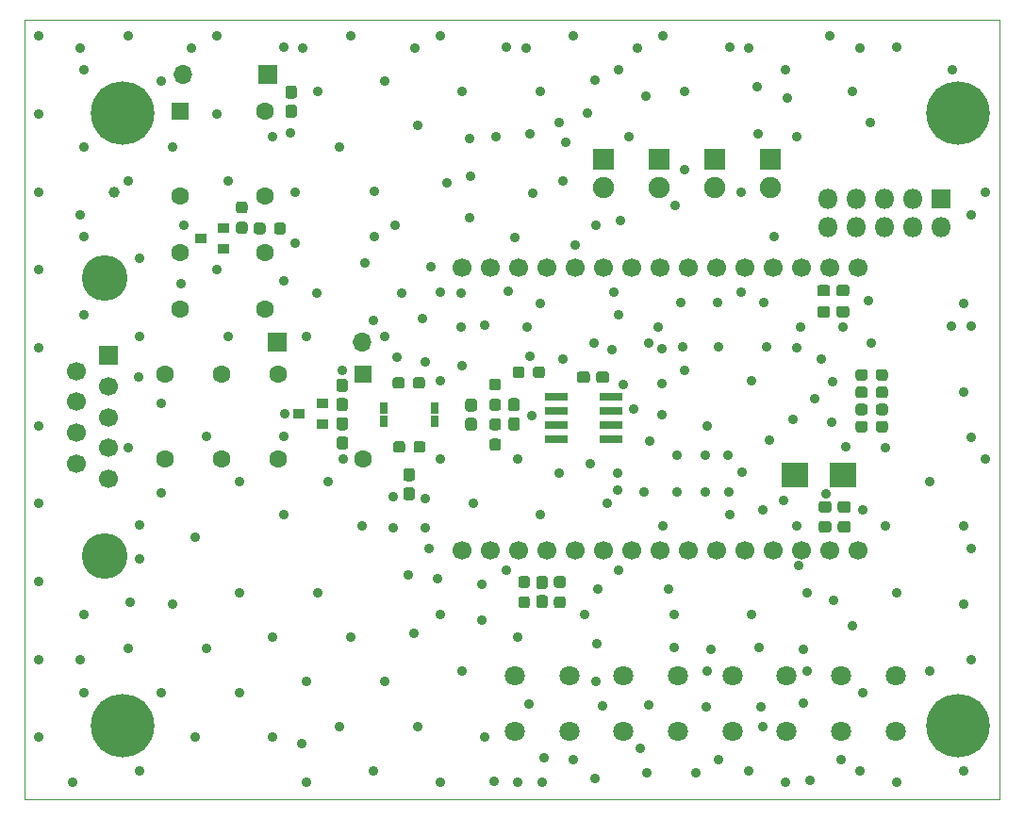
<source format=gbr>
%TF.GenerationSoftware,KiCad,Pcbnew,(5.1.6)-1*%
%TF.CreationDate,2020-12-18T16:38:49+01:00*%
%TF.ProjectId,Board,426f6172-642e-46b6-9963-61645f706362,rev?*%
%TF.SameCoordinates,PX253b400PY7a67730*%
%TF.FileFunction,Soldermask,Bot*%
%TF.FilePolarity,Negative*%
%FSLAX46Y46*%
G04 Gerber Fmt 4.6, Leading zero omitted, Abs format (unit mm)*
G04 Created by KiCad (PCBNEW (5.1.6)-1) date 2020-12-18 16:38:49*
%MOMM*%
%LPD*%
G01*
G04 APERTURE LIST*
%TA.AperFunction,Profile*%
%ADD10C,0.050000*%
%TD*%
%ADD11C,1.800000*%
%ADD12C,1.700000*%
%ADD13O,1.800000X1.800000*%
%ADD14R,1.800000X1.800000*%
%ADD15C,1.000000*%
%ADD16C,5.700000*%
%ADD17O,1.700000X1.700000*%
%ADD18R,1.700000X1.700000*%
%ADD19C,4.100000*%
%ADD20R,1.608000X1.608000*%
%ADD21C,1.608000*%
%ADD22R,0.700000X1.100000*%
%ADD23R,1.000000X0.900000*%
%ADD24R,1.900000X1.900000*%
%ADD25C,1.900000*%
%ADD26R,2.390000X2.220000*%
%ADD27R,2.081200X0.658800*%
%ADD28C,0.900000*%
G04 APERTURE END LIST*
D10*
X0Y70000000D02*
X0Y0D01*
X87500000Y70000000D02*
X0Y70000000D01*
X87500000Y0D02*
X87500000Y70000000D01*
X0Y0D02*
X87500000Y0D01*
D11*
X44030000Y11130000D03*
X48910000Y11130000D03*
X53790000Y11130000D03*
X58670000Y11130000D03*
X63550000Y11130000D03*
X68430000Y11130000D03*
X73310000Y11130000D03*
X78190000Y11130000D03*
X44030000Y6130000D03*
X48910000Y6130000D03*
X53790000Y6130000D03*
X58670000Y6130000D03*
X63550000Y6130000D03*
X68430000Y6130000D03*
X73310000Y6130000D03*
X78190000Y6130000D03*
D12*
X39262000Y22374000D03*
X41802000Y22374000D03*
X44342000Y22374000D03*
X46882000Y22374000D03*
X49422000Y22374000D03*
X51962000Y22374000D03*
X54502000Y22374000D03*
X57042000Y22374000D03*
X59582000Y22374000D03*
X62122000Y22374000D03*
X64662000Y22374000D03*
X67202000Y22374000D03*
X69742000Y22374000D03*
X72282000Y22374000D03*
X74822000Y22374000D03*
X39262000Y47774000D03*
X41802000Y47774000D03*
X44342000Y47774000D03*
X46882000Y47774000D03*
X49422000Y47774000D03*
X51962000Y47774000D03*
X54502000Y47774000D03*
X57042000Y47774000D03*
X59582000Y47774000D03*
X62122000Y47774000D03*
X64662000Y47774000D03*
X67202000Y47774000D03*
X69742000Y47774000D03*
X72282000Y47774000D03*
X74822000Y47774000D03*
D13*
X72160000Y51430000D03*
X72160000Y53970000D03*
X74700000Y51430000D03*
X74700000Y53970000D03*
X77240000Y51430000D03*
X77240000Y53970000D03*
X79780000Y51430000D03*
X79780000Y53970000D03*
X82320000Y51430000D03*
D14*
X82320000Y53970000D03*
D15*
X8000000Y54500000D03*
D16*
X83800000Y6600000D03*
X83800000Y61600000D03*
X8800000Y61600000D03*
X8800000Y6600000D03*
D17*
X30270000Y41050000D03*
D18*
X22650000Y41050000D03*
G36*
G01*
X34247500Y28022500D02*
X34772500Y28022500D01*
G75*
G02*
X35035000Y27760000I0J-262500D01*
G01*
X35035000Y27110000D01*
G75*
G02*
X34772500Y26847500I-262500J0D01*
G01*
X34247500Y26847500D01*
G75*
G02*
X33985000Y27110000I0J262500D01*
G01*
X33985000Y27760000D01*
G75*
G02*
X34247500Y28022500I262500J0D01*
G01*
G37*
G36*
G01*
X34247500Y29747500D02*
X34772500Y29747500D01*
G75*
G02*
X35035000Y29485000I0J-262500D01*
G01*
X35035000Y28835000D01*
G75*
G02*
X34772500Y28572500I-262500J0D01*
G01*
X34247500Y28572500D01*
G75*
G02*
X33985000Y28835000I0J262500D01*
G01*
X33985000Y29485000D01*
G75*
G02*
X34247500Y29747500I262500J0D01*
G01*
G37*
G36*
G01*
X51310000Y37647500D02*
X51310000Y38172500D01*
G75*
G02*
X51572500Y38435000I262500J0D01*
G01*
X52222500Y38435000D01*
G75*
G02*
X52485000Y38172500I0J-262500D01*
G01*
X52485000Y37647500D01*
G75*
G02*
X52222500Y37385000I-262500J0D01*
G01*
X51572500Y37385000D01*
G75*
G02*
X51310000Y37647500I0J262500D01*
G01*
G37*
G36*
G01*
X49585000Y37647500D02*
X49585000Y38172500D01*
G75*
G02*
X49847500Y38435000I262500J0D01*
G01*
X50497500Y38435000D01*
G75*
G02*
X50760000Y38172500I0J-262500D01*
G01*
X50760000Y37647500D01*
G75*
G02*
X50497500Y37385000I-262500J0D01*
G01*
X49847500Y37385000D01*
G75*
G02*
X49585000Y37647500I0J262500D01*
G01*
G37*
D19*
X7200000Y21810000D03*
X7200000Y46810000D03*
D12*
X4660000Y30155000D03*
X4660000Y32925000D03*
X4660000Y35695000D03*
X4660000Y38465000D03*
X7500000Y28770000D03*
X7500000Y31540000D03*
X7500000Y34310000D03*
X7500000Y37080000D03*
D18*
X7500000Y39850000D03*
D20*
X30390000Y38160000D03*
D21*
X30390000Y30540000D03*
X22770000Y30540000D03*
X22770000Y38160000D03*
X17690000Y38160000D03*
X17690000Y30540000D03*
X12610000Y30540000D03*
X12610000Y38160000D03*
G36*
G01*
X44898500Y38616500D02*
X44898500Y38091500D01*
G75*
G02*
X44636000Y37829000I-262500J0D01*
G01*
X44086000Y37829000D01*
G75*
G02*
X43823500Y38091500I0J262500D01*
G01*
X43823500Y38616500D01*
G75*
G02*
X44086000Y38879000I262500J0D01*
G01*
X44636000Y38879000D01*
G75*
G02*
X44898500Y38616500I0J-262500D01*
G01*
G37*
G36*
G01*
X46723500Y38616500D02*
X46723500Y38091500D01*
G75*
G02*
X46461000Y37829000I-262500J0D01*
G01*
X45911000Y37829000D01*
G75*
G02*
X45648500Y38091500I0J262500D01*
G01*
X45648500Y38616500D01*
G75*
G02*
X45911000Y38879000I262500J0D01*
G01*
X46461000Y38879000D01*
G75*
G02*
X46723500Y38616500I0J-262500D01*
G01*
G37*
G36*
G01*
X19752500Y52627500D02*
X19227500Y52627500D01*
G75*
G02*
X18965000Y52890000I0J262500D01*
G01*
X18965000Y53440000D01*
G75*
G02*
X19227500Y53702500I262500J0D01*
G01*
X19752500Y53702500D01*
G75*
G02*
X20015000Y53440000I0J-262500D01*
G01*
X20015000Y52890000D01*
G75*
G02*
X19752500Y52627500I-262500J0D01*
G01*
G37*
G36*
G01*
X19752500Y50802500D02*
X19227500Y50802500D01*
G75*
G02*
X18965000Y51065000I0J262500D01*
G01*
X18965000Y51615000D01*
G75*
G02*
X19227500Y51877500I262500J0D01*
G01*
X19752500Y51877500D01*
G75*
G02*
X20015000Y51615000I0J-262500D01*
G01*
X20015000Y51065000D01*
G75*
G02*
X19752500Y50802500I-262500J0D01*
G01*
G37*
G36*
G01*
X22382500Y51007500D02*
X22382500Y51532500D01*
G75*
G02*
X22645000Y51795000I262500J0D01*
G01*
X23195000Y51795000D01*
G75*
G02*
X23457500Y51532500I0J-262500D01*
G01*
X23457500Y51007500D01*
G75*
G02*
X23195000Y50745000I-262500J0D01*
G01*
X22645000Y50745000D01*
G75*
G02*
X22382500Y51007500I0J262500D01*
G01*
G37*
G36*
G01*
X20557500Y51007500D02*
X20557500Y51532500D01*
G75*
G02*
X20820000Y51795000I262500J0D01*
G01*
X21370000Y51795000D01*
G75*
G02*
X21632500Y51532500I0J-262500D01*
G01*
X21632500Y51007500D01*
G75*
G02*
X21370000Y50745000I-262500J0D01*
G01*
X20820000Y50745000D01*
G75*
G02*
X20557500Y51007500I0J262500D01*
G01*
G37*
G36*
G01*
X75685000Y33722500D02*
X75685000Y33197500D01*
G75*
G02*
X75422500Y32935000I-262500J0D01*
G01*
X74872500Y32935000D01*
G75*
G02*
X74610000Y33197500I0J262500D01*
G01*
X74610000Y33722500D01*
G75*
G02*
X74872500Y33985000I262500J0D01*
G01*
X75422500Y33985000D01*
G75*
G02*
X75685000Y33722500I0J-262500D01*
G01*
G37*
G36*
G01*
X77510000Y33722500D02*
X77510000Y33197500D01*
G75*
G02*
X77247500Y32935000I-262500J0D01*
G01*
X76697500Y32935000D01*
G75*
G02*
X76435000Y33197500I0J262500D01*
G01*
X76435000Y33722500D01*
G75*
G02*
X76697500Y33985000I262500J0D01*
G01*
X77247500Y33985000D01*
G75*
G02*
X77510000Y33722500I0J-262500D01*
G01*
G37*
G36*
G01*
X75685000Y35272500D02*
X75685000Y34747500D01*
G75*
G02*
X75422500Y34485000I-262500J0D01*
G01*
X74872500Y34485000D01*
G75*
G02*
X74610000Y34747500I0J262500D01*
G01*
X74610000Y35272500D01*
G75*
G02*
X74872500Y35535000I262500J0D01*
G01*
X75422500Y35535000D01*
G75*
G02*
X75685000Y35272500I0J-262500D01*
G01*
G37*
G36*
G01*
X77510000Y35272500D02*
X77510000Y34747500D01*
G75*
G02*
X77247500Y34485000I-262500J0D01*
G01*
X76697500Y34485000D01*
G75*
G02*
X76435000Y34747500I0J262500D01*
G01*
X76435000Y35272500D01*
G75*
G02*
X76697500Y35535000I262500J0D01*
G01*
X77247500Y35535000D01*
G75*
G02*
X77510000Y35272500I0J-262500D01*
G01*
G37*
G36*
G01*
X75685000Y36822500D02*
X75685000Y36297500D01*
G75*
G02*
X75422500Y36035000I-262500J0D01*
G01*
X74872500Y36035000D01*
G75*
G02*
X74610000Y36297500I0J262500D01*
G01*
X74610000Y36822500D01*
G75*
G02*
X74872500Y37085000I262500J0D01*
G01*
X75422500Y37085000D01*
G75*
G02*
X75685000Y36822500I0J-262500D01*
G01*
G37*
G36*
G01*
X77510000Y36822500D02*
X77510000Y36297500D01*
G75*
G02*
X77247500Y36035000I-262500J0D01*
G01*
X76697500Y36035000D01*
G75*
G02*
X76435000Y36297500I0J262500D01*
G01*
X76435000Y36822500D01*
G75*
G02*
X76697500Y37085000I262500J0D01*
G01*
X77247500Y37085000D01*
G75*
G02*
X77510000Y36822500I0J-262500D01*
G01*
G37*
G36*
G01*
X75685000Y38372500D02*
X75685000Y37847500D01*
G75*
G02*
X75422500Y37585000I-262500J0D01*
G01*
X74872500Y37585000D01*
G75*
G02*
X74610000Y37847500I0J262500D01*
G01*
X74610000Y38372500D01*
G75*
G02*
X74872500Y38635000I262500J0D01*
G01*
X75422500Y38635000D01*
G75*
G02*
X75685000Y38372500I0J-262500D01*
G01*
G37*
G36*
G01*
X77510000Y38372500D02*
X77510000Y37847500D01*
G75*
G02*
X77247500Y37585000I-262500J0D01*
G01*
X76697500Y37585000D01*
G75*
G02*
X76435000Y37847500I0J262500D01*
G01*
X76435000Y38372500D01*
G75*
G02*
X76697500Y38635000I262500J0D01*
G01*
X77247500Y38635000D01*
G75*
G02*
X77510000Y38372500I0J-262500D01*
G01*
G37*
G36*
G01*
X41986500Y32391000D02*
X42511500Y32391000D01*
G75*
G02*
X42774000Y32128500I0J-262500D01*
G01*
X42774000Y31578500D01*
G75*
G02*
X42511500Y31316000I-262500J0D01*
G01*
X41986500Y31316000D01*
G75*
G02*
X41724000Y31578500I0J262500D01*
G01*
X41724000Y32128500D01*
G75*
G02*
X41986500Y32391000I262500J0D01*
G01*
G37*
G36*
G01*
X41986500Y34216000D02*
X42511500Y34216000D01*
G75*
G02*
X42774000Y33953500I0J-262500D01*
G01*
X42774000Y33403500D01*
G75*
G02*
X42511500Y33141000I-262500J0D01*
G01*
X41986500Y33141000D01*
G75*
G02*
X41724000Y33403500I0J262500D01*
G01*
X41724000Y33953500D01*
G75*
G02*
X41986500Y34216000I262500J0D01*
G01*
G37*
G36*
G01*
X41986500Y35970500D02*
X42511500Y35970500D01*
G75*
G02*
X42774000Y35708000I0J-262500D01*
G01*
X42774000Y35158000D01*
G75*
G02*
X42511500Y34895500I-262500J0D01*
G01*
X41986500Y34895500D01*
G75*
G02*
X41724000Y35158000I0J262500D01*
G01*
X41724000Y35708000D01*
G75*
G02*
X41986500Y35970500I262500J0D01*
G01*
G37*
G36*
G01*
X41986500Y37795500D02*
X42511500Y37795500D01*
G75*
G02*
X42774000Y37533000I0J-262500D01*
G01*
X42774000Y36983000D01*
G75*
G02*
X42511500Y36720500I-262500J0D01*
G01*
X41986500Y36720500D01*
G75*
G02*
X41724000Y36983000I0J262500D01*
G01*
X41724000Y37533000D01*
G75*
G02*
X41986500Y37795500I262500J0D01*
G01*
G37*
G36*
G01*
X34162500Y31912500D02*
X34162500Y31387500D01*
G75*
G02*
X33900000Y31125000I-262500J0D01*
G01*
X33350000Y31125000D01*
G75*
G02*
X33087500Y31387500I0J262500D01*
G01*
X33087500Y31912500D01*
G75*
G02*
X33350000Y32175000I262500J0D01*
G01*
X33900000Y32175000D01*
G75*
G02*
X34162500Y31912500I0J-262500D01*
G01*
G37*
G36*
G01*
X35987500Y31912500D02*
X35987500Y31387500D01*
G75*
G02*
X35725000Y31125000I-262500J0D01*
G01*
X35175000Y31125000D01*
G75*
G02*
X34912500Y31387500I0J262500D01*
G01*
X34912500Y31912500D01*
G75*
G02*
X35175000Y32175000I262500J0D01*
G01*
X35725000Y32175000D01*
G75*
G02*
X35987500Y31912500I0J-262500D01*
G01*
G37*
G36*
G01*
X34117500Y37662500D02*
X34117500Y37137500D01*
G75*
G02*
X33855000Y36875000I-262500J0D01*
G01*
X33305000Y36875000D01*
G75*
G02*
X33042500Y37137500I0J262500D01*
G01*
X33042500Y37662500D01*
G75*
G02*
X33305000Y37925000I262500J0D01*
G01*
X33855000Y37925000D01*
G75*
G02*
X34117500Y37662500I0J-262500D01*
G01*
G37*
G36*
G01*
X35942500Y37662500D02*
X35942500Y37137500D01*
G75*
G02*
X35680000Y36875000I-262500J0D01*
G01*
X35130000Y36875000D01*
G75*
G02*
X34867500Y37137500I0J262500D01*
G01*
X34867500Y37662500D01*
G75*
G02*
X35130000Y37925000I262500J0D01*
G01*
X35680000Y37925000D01*
G75*
G02*
X35942500Y37662500I0J-262500D01*
G01*
G37*
G36*
G01*
X47787500Y18232500D02*
X48312500Y18232500D01*
G75*
G02*
X48575000Y17970000I0J-262500D01*
G01*
X48575000Y17420000D01*
G75*
G02*
X48312500Y17157500I-262500J0D01*
G01*
X47787500Y17157500D01*
G75*
G02*
X47525000Y17420000I0J262500D01*
G01*
X47525000Y17970000D01*
G75*
G02*
X47787500Y18232500I262500J0D01*
G01*
G37*
G36*
G01*
X47787500Y20057500D02*
X48312500Y20057500D01*
G75*
G02*
X48575000Y19795000I0J-262500D01*
G01*
X48575000Y19245000D01*
G75*
G02*
X48312500Y18982500I-262500J0D01*
G01*
X47787500Y18982500D01*
G75*
G02*
X47525000Y19245000I0J262500D01*
G01*
X47525000Y19795000D01*
G75*
G02*
X47787500Y20057500I262500J0D01*
G01*
G37*
G36*
G01*
X45102500Y18982500D02*
X44577500Y18982500D01*
G75*
G02*
X44315000Y19245000I0J262500D01*
G01*
X44315000Y19795000D01*
G75*
G02*
X44577500Y20057500I262500J0D01*
G01*
X45102500Y20057500D01*
G75*
G02*
X45365000Y19795000I0J-262500D01*
G01*
X45365000Y19245000D01*
G75*
G02*
X45102500Y18982500I-262500J0D01*
G01*
G37*
G36*
G01*
X45102500Y17157500D02*
X44577500Y17157500D01*
G75*
G02*
X44315000Y17420000I0J262500D01*
G01*
X44315000Y17970000D01*
G75*
G02*
X44577500Y18232500I262500J0D01*
G01*
X45102500Y18232500D01*
G75*
G02*
X45365000Y17970000I0J-262500D01*
G01*
X45365000Y17420000D01*
G75*
G02*
X45102500Y17157500I-262500J0D01*
G01*
G37*
G36*
G01*
X72880000Y43527500D02*
X72880000Y44052500D01*
G75*
G02*
X73142500Y44315000I262500J0D01*
G01*
X73792500Y44315000D01*
G75*
G02*
X74055000Y44052500I0J-262500D01*
G01*
X74055000Y43527500D01*
G75*
G02*
X73792500Y43265000I-262500J0D01*
G01*
X73142500Y43265000D01*
G75*
G02*
X72880000Y43527500I0J262500D01*
G01*
G37*
G36*
G01*
X71155000Y43527500D02*
X71155000Y44052500D01*
G75*
G02*
X71417500Y44315000I262500J0D01*
G01*
X72067500Y44315000D01*
G75*
G02*
X72330000Y44052500I0J-262500D01*
G01*
X72330000Y43527500D01*
G75*
G02*
X72067500Y43265000I-262500J0D01*
G01*
X71417500Y43265000D01*
G75*
G02*
X71155000Y43527500I0J262500D01*
G01*
G37*
G36*
G01*
X72880000Y45437500D02*
X72880000Y45962500D01*
G75*
G02*
X73142500Y46225000I262500J0D01*
G01*
X73792500Y46225000D01*
G75*
G02*
X74055000Y45962500I0J-262500D01*
G01*
X74055000Y45437500D01*
G75*
G02*
X73792500Y45175000I-262500J0D01*
G01*
X73142500Y45175000D01*
G75*
G02*
X72880000Y45437500I0J262500D01*
G01*
G37*
G36*
G01*
X71155000Y45437500D02*
X71155000Y45962500D01*
G75*
G02*
X71417500Y46225000I262500J0D01*
G01*
X72067500Y46225000D01*
G75*
G02*
X72330000Y45962500I0J-262500D01*
G01*
X72330000Y45437500D01*
G75*
G02*
X72067500Y45175000I-262500J0D01*
G01*
X71417500Y45175000D01*
G75*
G02*
X71155000Y45437500I0J262500D01*
G01*
G37*
G36*
G01*
X73003000Y24207500D02*
X73003000Y24732500D01*
G75*
G02*
X73265500Y24995000I262500J0D01*
G01*
X73915500Y24995000D01*
G75*
G02*
X74178000Y24732500I0J-262500D01*
G01*
X74178000Y24207500D01*
G75*
G02*
X73915500Y23945000I-262500J0D01*
G01*
X73265500Y23945000D01*
G75*
G02*
X73003000Y24207500I0J262500D01*
G01*
G37*
G36*
G01*
X71278000Y24207500D02*
X71278000Y24732500D01*
G75*
G02*
X71540500Y24995000I262500J0D01*
G01*
X72190500Y24995000D01*
G75*
G02*
X72453000Y24732500I0J-262500D01*
G01*
X72453000Y24207500D01*
G75*
G02*
X72190500Y23945000I-262500J0D01*
G01*
X71540500Y23945000D01*
G75*
G02*
X71278000Y24207500I0J262500D01*
G01*
G37*
G36*
G01*
X72453000Y26522500D02*
X72453000Y25997500D01*
G75*
G02*
X72190500Y25735000I-262500J0D01*
G01*
X71540500Y25735000D01*
G75*
G02*
X71278000Y25997500I0J262500D01*
G01*
X71278000Y26522500D01*
G75*
G02*
X71540500Y26785000I262500J0D01*
G01*
X72190500Y26785000D01*
G75*
G02*
X72453000Y26522500I0J-262500D01*
G01*
G37*
G36*
G01*
X74178000Y26522500D02*
X74178000Y25997500D01*
G75*
G02*
X73915500Y25735000I-262500J0D01*
G01*
X73265500Y25735000D01*
G75*
G02*
X73003000Y25997500I0J262500D01*
G01*
X73003000Y26522500D01*
G75*
G02*
X73265500Y26785000I262500J0D01*
G01*
X73915500Y26785000D01*
G75*
G02*
X74178000Y26522500I0J-262500D01*
G01*
G37*
G36*
G01*
X24192500Y62935000D02*
X23667500Y62935000D01*
G75*
G02*
X23405000Y63197500I0J262500D01*
G01*
X23405000Y63847500D01*
G75*
G02*
X23667500Y64110000I262500J0D01*
G01*
X24192500Y64110000D01*
G75*
G02*
X24455000Y63847500I0J-262500D01*
G01*
X24455000Y63197500D01*
G75*
G02*
X24192500Y62935000I-262500J0D01*
G01*
G37*
G36*
G01*
X24192500Y61210000D02*
X23667500Y61210000D01*
G75*
G02*
X23405000Y61472500I0J262500D01*
G01*
X23405000Y62122500D01*
G75*
G02*
X23667500Y62385000I262500J0D01*
G01*
X24192500Y62385000D01*
G75*
G02*
X24455000Y62122500I0J-262500D01*
G01*
X24455000Y61472500D01*
G75*
G02*
X24192500Y61210000I-262500J0D01*
G01*
G37*
G36*
G01*
X44202500Y34852500D02*
X43677500Y34852500D01*
G75*
G02*
X43415000Y35115000I0J262500D01*
G01*
X43415000Y35765000D01*
G75*
G02*
X43677500Y36027500I262500J0D01*
G01*
X44202500Y36027500D01*
G75*
G02*
X44465000Y35765000I0J-262500D01*
G01*
X44465000Y35115000D01*
G75*
G02*
X44202500Y34852500I-262500J0D01*
G01*
G37*
G36*
G01*
X44202500Y33127500D02*
X43677500Y33127500D01*
G75*
G02*
X43415000Y33390000I0J262500D01*
G01*
X43415000Y34040000D01*
G75*
G02*
X43677500Y34302500I262500J0D01*
G01*
X44202500Y34302500D01*
G75*
G02*
X44465000Y34040000I0J-262500D01*
G01*
X44465000Y33390000D01*
G75*
G02*
X44202500Y33127500I-262500J0D01*
G01*
G37*
G36*
G01*
X39827500Y34269000D02*
X40352500Y34269000D01*
G75*
G02*
X40615000Y34006500I0J-262500D01*
G01*
X40615000Y33356500D01*
G75*
G02*
X40352500Y33094000I-262500J0D01*
G01*
X39827500Y33094000D01*
G75*
G02*
X39565000Y33356500I0J262500D01*
G01*
X39565000Y34006500D01*
G75*
G02*
X39827500Y34269000I262500J0D01*
G01*
G37*
G36*
G01*
X39827500Y35994000D02*
X40352500Y35994000D01*
G75*
G02*
X40615000Y35731500I0J-262500D01*
G01*
X40615000Y35081500D01*
G75*
G02*
X40352500Y34819000I-262500J0D01*
G01*
X39827500Y34819000D01*
G75*
G02*
X39565000Y35081500I0J262500D01*
G01*
X39565000Y35731500D01*
G75*
G02*
X39827500Y35994000I262500J0D01*
G01*
G37*
G36*
G01*
X28792500Y33145000D02*
X28267500Y33145000D01*
G75*
G02*
X28005000Y33407500I0J262500D01*
G01*
X28005000Y34057500D01*
G75*
G02*
X28267500Y34320000I262500J0D01*
G01*
X28792500Y34320000D01*
G75*
G02*
X29055000Y34057500I0J-262500D01*
G01*
X29055000Y33407500D01*
G75*
G02*
X28792500Y33145000I-262500J0D01*
G01*
G37*
G36*
G01*
X28792500Y31420000D02*
X28267500Y31420000D01*
G75*
G02*
X28005000Y31682500I0J262500D01*
G01*
X28005000Y32332500D01*
G75*
G02*
X28267500Y32595000I262500J0D01*
G01*
X28792500Y32595000D01*
G75*
G02*
X29055000Y32332500I0J-262500D01*
G01*
X29055000Y31682500D01*
G75*
G02*
X28792500Y31420000I-262500J0D01*
G01*
G37*
G36*
G01*
X28772500Y36595000D02*
X28247500Y36595000D01*
G75*
G02*
X27985000Y36857500I0J262500D01*
G01*
X27985000Y37507500D01*
G75*
G02*
X28247500Y37770000I262500J0D01*
G01*
X28772500Y37770000D01*
G75*
G02*
X29035000Y37507500I0J-262500D01*
G01*
X29035000Y36857500D01*
G75*
G02*
X28772500Y36595000I-262500J0D01*
G01*
G37*
G36*
G01*
X28772500Y34870000D02*
X28247500Y34870000D01*
G75*
G02*
X27985000Y35132500I0J262500D01*
G01*
X27985000Y35782500D01*
G75*
G02*
X28247500Y36045000I262500J0D01*
G01*
X28772500Y36045000D01*
G75*
G02*
X29035000Y35782500I0J-262500D01*
G01*
X29035000Y35132500D01*
G75*
G02*
X28772500Y34870000I-262500J0D01*
G01*
G37*
G36*
G01*
X46187500Y18332500D02*
X46712500Y18332500D01*
G75*
G02*
X46975000Y18070000I0J-262500D01*
G01*
X46975000Y17420000D01*
G75*
G02*
X46712500Y17157500I-262500J0D01*
G01*
X46187500Y17157500D01*
G75*
G02*
X45925000Y17420000I0J262500D01*
G01*
X45925000Y18070000D01*
G75*
G02*
X46187500Y18332500I262500J0D01*
G01*
G37*
G36*
G01*
X46187500Y20057500D02*
X46712500Y20057500D01*
G75*
G02*
X46975000Y19795000I0J-262500D01*
G01*
X46975000Y19145000D01*
G75*
G02*
X46712500Y18882500I-262500J0D01*
G01*
X46187500Y18882500D01*
G75*
G02*
X45925000Y19145000I0J262500D01*
G01*
X45925000Y19795000D01*
G75*
G02*
X46187500Y20057500I262500J0D01*
G01*
G37*
D22*
X32232000Y33924000D03*
X36782000Y33924000D03*
X32232000Y35174000D03*
X36782000Y35174000D03*
D23*
X17810000Y51340000D03*
X17810000Y49440000D03*
X15810000Y50390000D03*
D21*
X13990000Y44040000D03*
X21610000Y44040000D03*
X21610000Y49120000D03*
X13990000Y49120000D03*
X13990000Y54200000D03*
X21610000Y54200000D03*
X21610000Y61820000D03*
D20*
X13990000Y61820000D03*
D18*
X21870000Y65100000D03*
D17*
X14250000Y65100000D03*
D24*
X51960000Y57490000D03*
D25*
X51960000Y54950000D03*
D26*
X69180000Y29140000D03*
X73500000Y29140000D03*
D27*
X52637600Y36195000D03*
X52637600Y34925000D03*
X52637600Y33655000D03*
X52637600Y32385000D03*
X47710000Y32385000D03*
X47710000Y33655000D03*
X47710000Y34925000D03*
X47710000Y36195000D03*
D24*
X66960000Y57490000D03*
D25*
X66960000Y54950000D03*
D24*
X61960000Y57490000D03*
D25*
X61960000Y54950000D03*
D24*
X56960000Y57490000D03*
D25*
X56960000Y54950000D03*
D23*
X26710000Y35560000D03*
X26710000Y33660000D03*
X24610000Y34610000D03*
D28*
X65000000Y2500000D03*
X75000000Y2500000D03*
X85000000Y12500000D03*
X85000000Y22500000D03*
X85000000Y32500000D03*
X85000000Y42500000D03*
X85000000Y52500000D03*
X75000000Y67500000D03*
X65000000Y67500000D03*
X55000000Y67500000D03*
X45000000Y67500000D03*
X35000000Y67500000D03*
X25000000Y67500000D03*
X15000000Y67500000D03*
X5000000Y67500000D03*
X5000000Y52500000D03*
X5000000Y12500000D03*
X54720000Y35060000D03*
X31380000Y50580000D03*
X31380000Y54600000D03*
X45560000Y34450000D03*
X71940000Y27430000D03*
X53500000Y52000000D03*
X72500000Y33900000D03*
X73700000Y31700000D03*
X58400000Y53300000D03*
X14000000Y46350000D03*
X62200000Y44650000D03*
X52900000Y45550000D03*
X39150000Y42450000D03*
X45100000Y42400000D03*
X39300000Y38950000D03*
X45400000Y39800000D03*
X45400000Y59800000D03*
X48600000Y59000000D03*
X37950000Y55350000D03*
X40000000Y56000000D03*
X26250000Y45450000D03*
X33850000Y45450000D03*
X39200000Y45500000D03*
X43450000Y45600000D03*
X57200000Y40500000D03*
X57200000Y37300000D03*
X56150000Y32150000D03*
X57250000Y34550000D03*
X58900000Y44650000D03*
X59050000Y40650000D03*
X62300000Y40650000D03*
X66650000Y40650000D03*
X66400000Y44650000D03*
X71500000Y39550000D03*
X70950000Y35950000D03*
X72550000Y37500000D03*
X69000000Y34150000D03*
X66850000Y32300000D03*
X63150000Y30900000D03*
X58550000Y30900000D03*
X61100000Y30900000D03*
X63250000Y27600000D03*
X61150000Y27600000D03*
X58550000Y27600000D03*
X55600000Y27600000D03*
X33100000Y24400000D03*
X35950000Y24350000D03*
X33100000Y27150000D03*
X35950000Y39300000D03*
X33400000Y39750000D03*
X51400000Y14000000D03*
X51450000Y18850000D03*
X37050000Y19800000D03*
X34950000Y14900000D03*
X41050000Y19300000D03*
X41050000Y16100000D03*
X51850000Y8400000D03*
X56050000Y8450000D03*
X61200000Y8300000D03*
X66100000Y8300000D03*
X69950000Y8600000D03*
X35950000Y27050000D03*
X72600000Y17850000D03*
X69500000Y21000000D03*
X28550000Y38550000D03*
X28600000Y30600000D03*
X23350000Y34650000D03*
X69950000Y13500000D03*
X65900000Y13600000D03*
X61650000Y13500000D03*
X57850000Y18850000D03*
X58300000Y13600000D03*
X44000000Y50500000D03*
X75750000Y44750000D03*
X76000000Y41000000D03*
X49390000Y49790000D03*
X70520000Y1680000D03*
X60270000Y2330000D03*
X51240000Y1860000D03*
X55830000Y2380000D03*
X46660000Y3740000D03*
X46470000Y1540000D03*
X42120000Y1630000D03*
X24910000Y5000000D03*
X9510000Y17700000D03*
X68470000Y63020000D03*
X65750000Y64050000D03*
X65840000Y59750000D03*
X55780000Y63130000D03*
X51210000Y64570000D03*
X1291667Y68557500D03*
X1291667Y61557500D03*
X1291667Y54557500D03*
X1291667Y47557500D03*
X1291667Y40557500D03*
X1291667Y33557500D03*
X1291667Y26557500D03*
X1291667Y19557500D03*
X1291667Y12557500D03*
X1291667Y5557500D03*
X4291667Y1557500D03*
X5291667Y65557500D03*
X5291667Y58557500D03*
X5291667Y50557500D03*
X5291667Y43557500D03*
X5291667Y16557500D03*
X5291667Y9557500D03*
X9291667Y68557500D03*
X9291667Y55557500D03*
X9291667Y31557500D03*
X9291667Y13557500D03*
X10291667Y48557500D03*
X10291667Y41557500D03*
X10291667Y21557500D03*
X10291667Y2557500D03*
X12291667Y64557500D03*
X12291667Y35557500D03*
X12291667Y27557500D03*
X12291667Y9557500D03*
X13291667Y58557500D03*
X13291667Y17557500D03*
X14291667Y51557500D03*
X15291667Y23557500D03*
X15291667Y5557500D03*
X16291667Y32557500D03*
X16291667Y13557500D03*
X17291667Y68557500D03*
X17291667Y61557500D03*
X17291667Y47557500D03*
X18291667Y55557500D03*
X18291667Y41557500D03*
X19291667Y28557500D03*
X19291667Y18557500D03*
X19291667Y9557500D03*
X22291667Y59557500D03*
X22291667Y14557500D03*
X22291667Y5557500D03*
X23291667Y67557500D03*
X23291667Y46557500D03*
X23291667Y32557500D03*
X23291667Y25557500D03*
X24291667Y54557500D03*
X25291667Y41557500D03*
X25291667Y10557500D03*
X25291667Y1557500D03*
X26291667Y63557500D03*
X26291667Y18557500D03*
X27291667Y28557500D03*
X28291667Y58557500D03*
X28291667Y6557500D03*
X29291667Y68557500D03*
X29291667Y14557500D03*
X30291667Y24557500D03*
X31291667Y2557500D03*
X32291667Y64557500D03*
X32291667Y41557500D03*
X32291667Y10557500D03*
X33291667Y51557500D03*
X35291667Y60557500D03*
X35291667Y6557500D03*
X36291667Y22557500D03*
X37291667Y68557500D03*
X37291667Y45557500D03*
X37291667Y37557500D03*
X37291667Y30557500D03*
X37291667Y16557500D03*
X37291667Y1557500D03*
X39291667Y63557500D03*
X39291667Y11557500D03*
X40291667Y26557500D03*
X41291667Y42557500D03*
X41291667Y5557500D03*
X42291667Y59557500D03*
X43291667Y67557500D03*
X43291667Y20557500D03*
X44291667Y30557500D03*
X44291667Y14557500D03*
X44291667Y1557500D03*
X45291667Y8557500D03*
X46291667Y63557500D03*
X46291667Y44557500D03*
X46291667Y25557500D03*
X48291667Y55557500D03*
X48291667Y39557500D03*
X49291667Y68557500D03*
X49291667Y3557500D03*
X50291667Y16557500D03*
X51291667Y51557500D03*
X51291667Y10557500D03*
X52291667Y26557500D03*
X53291667Y65557500D03*
X53291667Y43557500D03*
X53291667Y20557500D03*
X54291667Y59557500D03*
X55291667Y4557500D03*
X57291667Y68557500D03*
X57291667Y24557500D03*
X58291667Y16557500D03*
X59291667Y63557500D03*
X59291667Y56557500D03*
X59291667Y38557500D03*
X61291667Y33557500D03*
X61291667Y11557500D03*
X62291667Y3557500D03*
X63291667Y67557500D03*
X63291667Y25557500D03*
X64291667Y54557500D03*
X64291667Y45557500D03*
X65291667Y37557500D03*
X65291667Y16557500D03*
X66291667Y6557500D03*
X67291667Y50557500D03*
X68291667Y65557500D03*
X68291667Y1557500D03*
X69291667Y59557500D03*
X69291667Y40557500D03*
X69291667Y24557500D03*
X70291667Y18557500D03*
X70291667Y11557500D03*
X72291667Y68557500D03*
X73291667Y3557500D03*
X74291667Y63557500D03*
X74291667Y15557500D03*
X75291667Y9557500D03*
X77291667Y31557500D03*
X77291667Y24557500D03*
X78291667Y67557500D03*
X78291667Y18557500D03*
X78291667Y1557500D03*
X81291667Y28557500D03*
X81291667Y11557500D03*
X83291667Y65557500D03*
X84291667Y44557500D03*
X84291667Y36557500D03*
X84291667Y24557500D03*
X84291667Y17557500D03*
X84291667Y2557500D03*
X86291667Y54557500D03*
X86291667Y30557500D03*
X56000000Y40950000D03*
X47980000Y60760000D03*
X75943722Y60806278D03*
X73490000Y42390000D03*
X83200000Y42500000D03*
X52700000Y40400000D03*
X56900000Y42400000D03*
X69700000Y42400000D03*
X10350000Y24600000D03*
X10250000Y37900000D03*
X36450000Y47850000D03*
X50500000Y61650000D03*
X68120000Y26860000D03*
X53279415Y29320585D03*
X64414000Y29364000D03*
X53750000Y37250000D03*
X45592001Y54442001D03*
X39960000Y52220000D03*
X39930000Y59360000D03*
X50800000Y30150000D03*
X51100000Y40950000D03*
X34484902Y20154902D03*
X30550000Y48200000D03*
X35700000Y43200000D03*
X48000000Y29300000D03*
X53220000Y27760000D03*
X66260000Y25960000D03*
X75222001Y25960000D03*
X31280000Y43000000D03*
X24270000Y49920000D03*
X23850000Y59870000D03*
M02*

</source>
